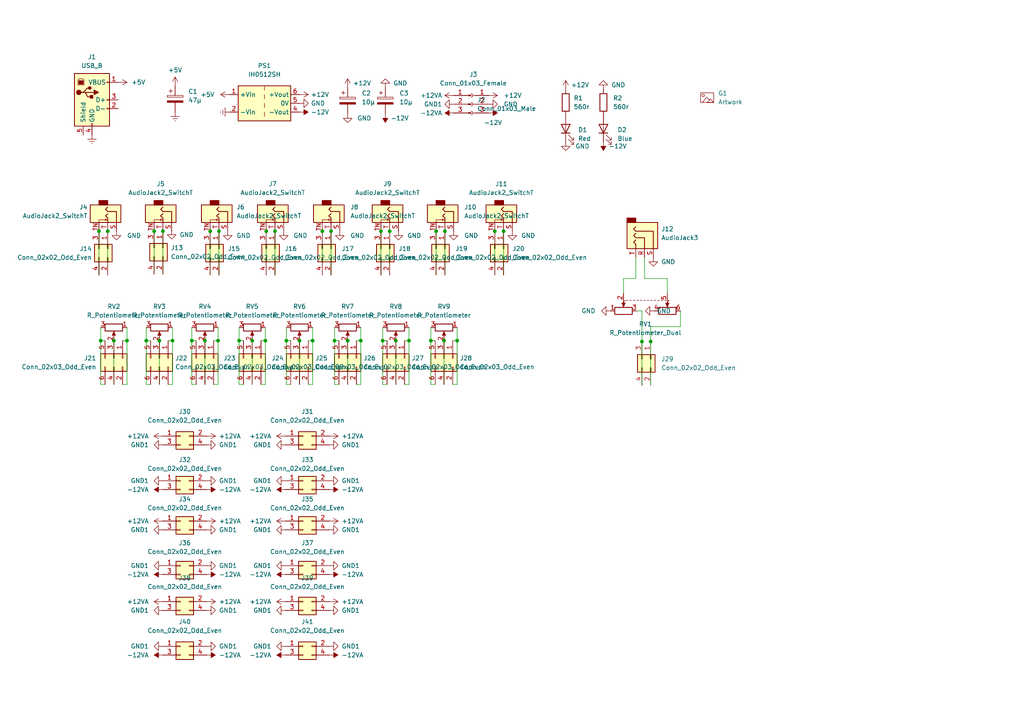
<source format=kicad_sch>
(kicad_sch (version 20211123) (generator eeschema)
  (paper "A4")
  (lib_symbols
    (symbol "Connector:AudioJack2_SwitchT"
      (property "Reference" "J" (at 0 8.89 0))
      (property "Value" "AudioJack2_SwitchT" (at 0 6.35 0))
      (symbol "AudioJack2_SwitchT_1_1"
        (pin passive line (at 5.08 2.54 180) (length 2.54) (name "~") (number "S"))
        (pin passive line (at 5.08 0 180) (length 2.54) (name "~") (number "T"))
        (pin passive line (at 5.08 -2.54 180) (length 2.54) (name "~") (number "TN"))
      )
    )
    (symbol "Connector:AudioJack3"
      (property "Reference" "J" (at 0 8.89 0))
      (property "Value" "AudioJack3" (at 0 6.35 0))
      (symbol "AudioJack3_1_1"
        (pin passive line (at 5.08 0 180) (length 2.54) (name "~") (number "R"))
        (pin passive line (at 5.08 2.54 180) (length 2.54) (name "~") (number "S"))
        (pin passive line (at 5.08 -2.54 180) (length 2.54) (name "~") (number "T"))
      )
    )
    (symbol "Connector:Conn_01x03_Female" (pin_names (offset 1.016) hide)
      (property "Reference" "J" (at 0 5.08 0))
      (property "Value" "Conn_01x03_Female" (at 0 -5.08 0))
      (symbol "Conn_01x03_Female_1_1"
        (pin passive line (at -5.08 2.54 0) (length 3.81) (name "Pin_1") (number "1"))
        (pin passive line (at -5.08 0 0) (length 3.81) (name "Pin_2") (number "2"))
        (pin passive line (at -5.08 -2.54 0) (length 3.81) (name "Pin_3") (number "3"))
      )
    )
    (symbol "Connector:Conn_01x03_Male" (pin_names (offset 1.016) hide)
      (property "Reference" "J" (at 0 5.08 0))
      (property "Value" "Conn_01x03_Male" (at 0 -5.08 0))
      (symbol "Conn_01x03_Male_1_1"
        (pin passive line (at 5.08 2.54 180) (length 3.81) (name "Pin_1") (number "1"))
        (pin passive line (at 5.08 0 180) (length 3.81) (name "Pin_2") (number "2"))
        (pin passive line (at 5.08 -2.54 180) (length 3.81) (name "Pin_3") (number "3"))
      )
    )
    (symbol "Connector:USB_B" (pin_names (offset 1.016))
      (property "Reference" "J" (at -5.08 11.43 0))
      (property "Value" "USB_B" (at -5.08 8.89 0))
      (symbol "USB_B_1_1"
        (pin power_out line (at 7.62 5.08 180) (length 2.54) (name "VBUS") (number "1"))
        (pin bidirectional line (at 7.62 -2.54 180) (length 2.54) (name "D-") (number "2"))
        (pin bidirectional line (at 7.62 0 180) (length 2.54) (name "D+") (number "3"))
        (pin power_out line (at 0 -10.16 90) (length 2.54) (name "GND") (number "4"))
        (pin passive line (at -2.54 -10.16 90) (length 2.54) (name "Shield") (number "5"))
      )
    )
    (symbol "Connector_Generic:Conn_02x02_Odd_Even" (pin_names (offset 1.016) hide)
      (property "Reference" "J" (at 1.27 2.54 0))
      (property "Value" "Conn_02x02_Odd_Even" (at 1.27 -5.08 0))
      (symbol "Conn_02x02_Odd_Even_1_1"
        (pin passive line (at -5.08 0 0) (length 3.81) (name "Pin_1") (number "1"))
        (pin passive line (at 7.62 0 180) (length 3.81) (name "Pin_2") (number "2"))
        (pin passive line (at -5.08 -2.54 0) (length 3.81) (name "Pin_3") (number "3"))
        (pin passive line (at 7.62 -2.54 180) (length 3.81) (name "Pin_4") (number "4"))
      )
    )
    (symbol "Connector_Generic:Conn_02x03_Odd_Even" (pin_names (offset 1.016) hide)
      (property "Reference" "J" (at 1.27 5.08 0))
      (property "Value" "Conn_02x03_Odd_Even" (at 1.27 -5.08 0))
      (symbol "Conn_02x03_Odd_Even_1_1"
        (pin passive line (at -5.08 2.54 0) (length 3.81) (name "Pin_1") (number "1"))
        (pin passive line (at 7.62 2.54 180) (length 3.81) (name "Pin_2") (number "2"))
        (pin passive line (at -5.08 0 0) (length 3.81) (name "Pin_3") (number "3"))
        (pin passive line (at 7.62 0 180) (length 3.81) (name "Pin_4") (number "4"))
        (pin passive line (at -5.08 -2.54 0) (length 3.81) (name "Pin_5") (number "5"))
        (pin passive line (at 7.62 -2.54 180) (length 3.81) (name "Pin_6") (number "6"))
      )
    )
    (symbol "Converter_DCDC:IH0512SH"
      (property "Reference" "PS" (at -7.62 6.35 0))
      (property "Value" "IH0512SH" (at 1.27 6.35 0))
      (symbol "IH0512SH_0_0"
        (pin power_in line (at -10.16 2.54 0) (length 2.54) (name "+Vin") (number "1"))
        (pin power_in line (at -10.16 -2.54 0) (length 2.54) (name "-Vin") (number "2"))
        (pin power_out line (at 10.16 -2.54 180) (length 2.54) (name "-Vout") (number "4"))
        (pin power_out line (at 10.16 0 180) (length 2.54) (name "0V") (number "5"))
        (pin power_out line (at 10.16 2.54 180) (length 2.54) (name "+Vout") (number "6"))
      )
    )
    (symbol "Device:C_Polarized" (pin_numbers hide) (pin_names (offset 0.254))
      (property "Reference" "C" (at 0.635 2.54 0))
      (property "Value" "C_Polarized" (at 0.635 -2.54 0))
      (symbol "C_Polarized_1_1"
        (pin passive line (at 0 3.81 270) (length 2.794) (name "~") (number "1"))
        (pin passive line (at 0 -3.81 90) (length 2.794) (name "~") (number "2"))
      )
    )
    (symbol "Device:LED" (pin_numbers hide) (pin_names (offset 1.016) hide)
      (property "Reference" "D" (at 0 2.54 0))
      (property "Value" "LED" (at 0 -2.54 0))
      (symbol "LED_1_1"
        (pin passive line (at -3.81 0 0) (length 2.54) (name "K") (number "1"))
        (pin passive line (at 3.81 0 180) (length 2.54) (name "A") (number "2"))
      )
    )
    (symbol "Device:R" (pin_numbers hide) (pin_names (offset 0))
      (property "Reference" "R" (at 2.032 0 90))
      (property "Value" "R" (at 0 0 90))
      (symbol "R_1_1"
        (pin passive line (at 0 3.81 270) (length 1.27) (name "~") (number "1"))
        (pin passive line (at 0 -3.81 90) (length 1.27) (name "~") (number "2"))
      )
    )
    (symbol "Device:R_Potentiometer" (pin_names (offset 1.016) hide)
      (property "Reference" "RV" (at -4.445 0 90))
      (property "Value" "R_Potentiometer" (at -2.54 0 90))
      (symbol "R_Potentiometer_1_1"
        (pin passive line (at 0 3.81 270) (length 1.27) (name "1") (number "1"))
        (pin passive line (at 3.81 0 180) (length 1.27) (name "2") (number "2"))
        (pin passive line (at 0 -3.81 90) (length 1.27) (name "3") (number "3"))
      )
    )
    (symbol "Device:R_Potentiometer_Dual" (pin_names (offset 1.016) hide)
      (property "Reference" "RV" (at 0 3.81 0))
      (property "Value" "R_Potentiometer_Dual" (at 0 1.905 0))
      (symbol "R_Potentiometer_Dual_1_1"
        (pin passive line (at -10.16 -2.54 0) (length 1.27) (name "1") (number "1"))
        (pin passive line (at -6.35 2.54 270) (length 2.54) (name "2") (number "2"))
        (pin passive line (at -2.54 -2.54 180) (length 1.27) (name "3") (number "3"))
        (pin passive line (at 2.54 -2.54 0) (length 1.27) (name "4") (number "4"))
        (pin passive line (at 6.35 2.54 270) (length 2.54) (name "5") (number "5"))
        (pin passive line (at 10.16 -2.54 180) (length 1.27) (name "6") (number "6"))
      )
    )
    (symbol "Pale Slim Ghost:Artwork" (in_bom no)
      (property "Reference" "G" (at 0 0 0))
      (property "Value" "Artwork" (at 0 0 0))
    )
    (symbol "power:+12V" (power) (pin_names (offset 0))
      (property "Value" "+12V" (at 0 3.556 0))
      (symbol "+12V_1_1"
        (pin power_in line (at 0 0 90) (length 0) hide (name "+12V") (number "1"))
      )
    )
    (symbol "power:+12VA" (power) (pin_names (offset 0))
      (property "Value" "+12VA" (at 0 3.556 0))
      (symbol "+12VA_1_1"
        (pin power_in line (at 0 0 90) (length 0) hide (name "+12VA") (number "1"))
      )
    )
    (symbol "power:+5V" (power) (pin_names (offset 0))
      (property "Value" "+5V" (at 0 3.556 0))
      (symbol "+5V_1_1"
        (pin power_in line (at 0 0 90) (length 0) hide (name "+5V") (number "1"))
      )
    )
    (symbol "power:-12V" (power) (pin_names (offset 0))
      (property "Value" "-12V" (at 0 3.81 0))
      (symbol "-12V_0_0"
        (pin power_in line (at 0 0 90) (length 0) hide (name "-12V") (number "1"))
      )
    )
    (symbol "power:-12VA" (power) (pin_names (offset 0))
      (property "Value" "-12VA" (at 0 3.556 0))
      (symbol "-12VA_0_0"
        (pin power_in line (at 0 0 90) (length 0) hide (name "-12VA") (number "1"))
      )
    )
    (symbol "power:Earth" (power) (pin_names (offset 0))
      (symbol "Earth_1_1"
        (pin power_in line (at 0 0 270) (length 0) hide (name "Earth") (number "1"))
      )
    )
    (symbol "power:GND" (power) (pin_names (offset 0))
      (property "Value" "GND" (at 0 -3.81 0))
      (symbol "GND_1_1"
        (pin power_in line (at 0 0 270) (length 0) hide (name "GND") (number "1"))
      )
    )
    (symbol "power:GND1" (power) (pin_names (offset 0))
      (property "Value" "GND1" (at 0 -3.81 0))
      (symbol "GND1_1_1"
        (pin power_in line (at 0 0 270) (length 0) hide (name "GND1") (number "1"))
      )
    )
  )
  (junction (at 143.51 67.056))
  (junction (at 47.244 67.056))
  (junction (at 96.012 67.056))
  (junction (at 76.962 98.806))
  (junction (at 73.152 98.806))
  (junction (at 55.626 98.806))
  (junction (at 97.028 98.806))
  (junction (at 93.472 67.056))
  (junction (at 59.436 98.806))
  (junction (at 113.03 67.056))
  (junction (at 129.032 67.056))
  (junction (at 124.968 98.806))
  (junction (at 188.722 99.06))
  (junction (at 128.778 98.806))
  (junction (at 46.228 98.806))
  (junction (at 90.678 98.806))
  (junction (at 110.49 67.056))
  (junction (at 36.83 98.806))
  (junction (at 60.96 67.056))
  (junction (at 69.342 98.806))
  (junction (at 44.704 67.056))
  (junction (at 110.998 98.806))
  (junction (at 77.216 67.056))
  (junction (at 29.21 98.806))
  (junction (at 186.182 99.06))
  (junction (at 42.418 98.806))
  (junction (at 50.038 98.806))
  (junction (at 63.5 67.056))
  (junction (at 31.242 67.056))
  (junction (at 79.756 67.056))
  (junction (at 146.05 67.056))
  (junction (at 126.492 67.056))
  (junction (at 28.702 67.056))
  (junction (at 83.058 98.806))
  (junction (at 100.838 98.806))
  (junction (at 86.868 98.806))
  (junction (at 114.808 98.806))
  (junction (at 33.02 98.806))
  (junction (at 118.618 98.806))
  (junction (at 63.246 98.806))
  (junction (at 132.588 98.806))
  (junction (at 104.648 98.806))
  (wire (pts (xy 31.242 67.056) (xy 31.242 79.756)))
  (wire (pts (xy 131.318 111.506) (xy 132.588 111.506)))
  (wire (pts (xy 50.038 98.806) (xy 50.038 111.506)))
  (wire (pts (xy 56.896 111.506) (xy 55.626 111.506)))
  (wire (pts (xy 131.318 98.806) (xy 132.588 98.806)))
  (wire (pts (xy 60.96 67.056) (xy 60.96 79.756)))
  (wire (pts (xy 55.626 111.506) (xy 55.626 98.806)))
  (wire (pts (xy 50.038 94.996) (xy 50.038 98.806)))
  (wire (pts (xy 90.678 94.996) (xy 90.678 98.806)))
  (wire (pts (xy 46.228 98.806) (xy 46.228 111.506)))
  (wire (pts (xy 100.838 98.806) (xy 100.838 111.506)))
  (wire (pts (xy 44.704 66.802) (xy 44.704 67.056)))
  (wire (pts (xy 55.626 98.806) (xy 55.626 94.996)))
  (wire (pts (xy 186.944 80.772) (xy 186.944 74.676)))
  (wire (pts (xy 112.268 111.506) (xy 110.998 111.506)))
  (wire (pts (xy 98.298 98.806) (xy 97.028 98.806)))
  (wire (pts (xy 70.612 98.806) (xy 69.342 98.806)))
  (wire (pts (xy 97.028 98.806) (xy 97.028 94.996)))
  (wire (pts (xy 49.784 66.802) (xy 49.784 67.056)))
  (wire (pts (xy 79.756 67.056) (xy 79.756 79.756)))
  (wire (pts (xy 56.896 98.806) (xy 55.626 98.806)))
  (wire (pts (xy 184.404 80.772) (xy 184.404 74.676)))
  (wire (pts (xy 76.962 98.806) (xy 76.962 111.506)))
  (wire (pts (xy 113.03 67.056) (xy 113.03 79.756)))
  (wire (pts (xy 84.328 98.806) (xy 83.058 98.806)))
  (wire (pts (xy 193.548 80.772) (xy 186.944 80.772)))
  (wire (pts (xy 188.722 99.06) (xy 188.722 111.76)))
  (wire (pts (xy 197.358 94.742) (xy 197.358 90.17)))
  (wire (pts (xy 188.722 99.06) (xy 188.722 94.742)))
  (wire (pts (xy 143.51 67.056) (xy 143.51 79.756)))
  (wire (pts (xy 96.012 67.056) (xy 96.012 79.756)))
  (wire (pts (xy 129.032 67.056) (xy 129.032 79.756)))
  (wire (pts (xy 43.688 111.506) (xy 42.418 111.506)))
  (wire (pts (xy 69.342 98.806) (xy 69.342 94.996)))
  (wire (pts (xy 59.436 98.806) (xy 59.436 111.506)))
  (wire (pts (xy 104.648 94.996) (xy 104.648 98.806)))
  (wire (pts (xy 63.246 94.996) (xy 63.246 98.806)))
  (wire (pts (xy 132.588 98.806) (xy 132.588 111.506)))
  (wire (pts (xy 186.182 99.06) (xy 186.182 111.76)))
  (wire (pts (xy 118.618 98.806) (xy 118.618 111.506)))
  (wire (pts (xy 188.722 94.742) (xy 197.358 94.742)))
  (wire (pts (xy 29.21 111.506) (xy 29.21 98.806)))
  (wire (pts (xy 112.268 98.806) (xy 110.998 98.806)))
  (wire (pts (xy 75.692 98.806) (xy 76.962 98.806)))
  (wire (pts (xy 61.976 98.806) (xy 63.246 98.806)))
  (wire (pts (xy 180.848 85.09) (xy 180.848 80.772)))
  (wire (pts (xy 103.378 111.506) (xy 104.648 111.506)))
  (wire (pts (xy 76.962 94.996) (xy 76.962 98.806)))
  (wire (pts (xy 48.768 111.506) (xy 50.038 111.506)))
  (wire (pts (xy 70.612 111.506) (xy 69.342 111.506)))
  (wire (pts (xy 43.688 98.806) (xy 42.418 98.806)))
  (wire (pts (xy 89.408 98.806) (xy 90.678 98.806)))
  (wire (pts (xy 47.244 66.802) (xy 47.244 67.056)))
  (wire (pts (xy 83.058 98.806) (xy 83.058 94.996)))
  (wire (pts (xy 146.05 67.056) (xy 146.05 79.756)))
  (wire (pts (xy 63.246 98.806) (xy 63.246 111.506)))
  (wire (pts (xy 97.028 111.506) (xy 97.028 98.806)))
  (wire (pts (xy 77.216 67.056) (xy 77.216 79.756)))
  (wire (pts (xy 193.548 85.09) (xy 193.548 80.772)))
  (wire (pts (xy 48.768 98.806) (xy 50.038 98.806)))
  (wire (pts (xy 33.02 98.806) (xy 33.02 111.506)))
  (wire (pts (xy 42.418 98.806) (xy 42.418 94.996)))
  (wire (pts (xy 75.692 111.506) (xy 76.962 111.506)))
  (wire (pts (xy 83.058 111.506) (xy 83.058 98.806)))
  (wire (pts (xy 44.704 67.056) (xy 44.704 79.502)))
  (wire (pts (xy 93.472 67.056) (xy 93.472 79.756)))
  (wire (pts (xy 30.48 98.806) (xy 29.21 98.806)))
  (wire (pts (xy 128.778 98.806) (xy 128.778 111.506)))
  (wire (pts (xy 110.998 98.806) (xy 110.998 94.996)))
  (wire (pts (xy 110.998 111.506) (xy 110.998 98.806)))
  (wire (pts (xy 36.83 94.996) (xy 36.83 98.806)))
  (wire (pts (xy 35.56 111.506) (xy 36.83 111.506)))
  (wire (pts (xy 186.182 99.06) (xy 186.182 90.17)))
  (wire (pts (xy 86.868 98.806) (xy 86.868 111.506)))
  (wire (pts (xy 63.5 67.056) (xy 63.5 79.756)))
  (wire (pts (xy 114.808 98.806) (xy 114.808 111.506)))
  (wire (pts (xy 98.298 111.506) (xy 97.028 111.506)))
  (wire (pts (xy 117.348 111.506) (xy 118.618 111.506)))
  (wire (pts (xy 126.238 111.506) (xy 124.968 111.506)))
  (wire (pts (xy 29.21 98.806) (xy 29.21 94.996)))
  (wire (pts (xy 124.968 98.806) (xy 124.968 94.996)))
  (wire (pts (xy 36.83 98.806) (xy 36.83 111.506)))
  (wire (pts (xy 84.328 111.506) (xy 83.058 111.506)))
  (wire (pts (xy 42.418 111.506) (xy 42.418 98.806)))
  (wire (pts (xy 110.49 67.056) (xy 110.49 79.756)))
  (wire (pts (xy 69.342 111.506) (xy 69.342 98.806)))
  (wire (pts (xy 126.238 98.806) (xy 124.968 98.806)))
  (wire (pts (xy 90.678 98.806) (xy 90.678 111.506)))
  (wire (pts (xy 28.702 67.056) (xy 28.702 79.756)))
  (wire (pts (xy 89.408 111.506) (xy 90.678 111.506)))
  (wire (pts (xy 118.618 94.996) (xy 118.618 98.806)))
  (wire (pts (xy 124.968 111.506) (xy 124.968 98.806)))
  (wire (pts (xy 61.976 111.506) (xy 63.246 111.506)))
  (wire (pts (xy 186.182 90.17) (xy 184.658 90.17)))
  (wire (pts (xy 47.244 67.056) (xy 47.244 79.502)))
  (wire (pts (xy 126.492 67.056) (xy 126.492 79.756)))
  (wire (pts (xy 30.48 111.506) (xy 29.21 111.506)))
  (wire (pts (xy 180.848 80.772) (xy 184.404 80.772)))
  (wire (pts (xy 73.152 98.806) (xy 73.152 111.506)))
  (wire (pts (xy 132.588 94.996) (xy 132.588 98.806)))
  (wire (pts (xy 104.648 98.806) (xy 104.648 111.506)))
  (wire (pts (xy 35.56 98.806) (xy 36.83 98.806)))
  (wire (pts (xy 103.378 98.806) (xy 104.648 98.806)))
  (wire (pts (xy 117.348 98.806) (xy 118.618 98.806)))
  (symbol (lib_id "Connector:AudioJack2_SwitchT") (at 129.032 61.976 270) (unit 1)
    (property "Reference" "J10" (at 134.62 60.0709 90) (effects (justify left)))
    (property "Value" "AudioJack2_SwitchT" (at 134.62 62.6109 90) (effects (justify left)))
    (property "Footprint" "Pale Slim Ghost:Jack_3.5mm_QingPu_WQP-PJ398SM_Vertical" (effects hide))
  )
  (symbol (lib_id "Connector_Generic:Conn_02x02_Odd_Even") (at 113.03 72.136 270) (unit 1)
    (property "Reference" "J18" (at 115.57 72.1359 90) (effects (justify left)))
    (property "Value" "Conn_02x02_Odd_Even" (at 115.57 74.6759 90) (effects (justify left)))
    (property "Footprint" "Connector_PinSocket_2.54mm:PinSocket_2x02_P2.54mm_Vertical_SMD" (effects hide))
  )
  (symbol (lib_id "power:GND") (at 82.296 67.056 0) (unit 1)
    (property "Reference" "#PWR019" (effects hide))
    (property "Value" "GND" (at 85.09 68.3259 0) (effects (justify left)))
  )
  (symbol (lib_id "power:+12VA") (at 47.244 174.498 90) (unit 1)
    (property "Reference" "#PWR059" (effects hide))
    (property "Value" "+12VA" (at 43.18 174.4979 90) (effects (justify left)))
  )
  (symbol (lib_id "power:GND1") (at 82.804 164.084 270) (unit 1)
    (property "Reference" "#PWR053" (effects hide))
    (property "Value" "GND1" (at 78.74 164.0839 90) (effects (justify right)))
  )
  (symbol (lib_id "Connector_Generic:Conn_02x02_Odd_Even") (at 87.884 164.084 0) (unit 1)
    (property "Reference" "J37" (at 89.154 157.48 0))
    (property "Value" "Conn_02x02_Odd_Even" (at 89.154 160.02 0))
    (property "Footprint" "Connector_PinSocket_2.54mm:PinSocket_2x02_P2.54mm_Vertical_SMD" (effects hide))
  )
  (symbol (lib_id "power:Earth") (at 66.548 32.512 270) (unit 1)
    (property "Reference" "#PWR011" (effects hide))
    (property "Value" "Earth" (effects hide))
  )
  (symbol (lib_id "power:-12VA") (at 82.804 166.624 90) (unit 1)
    (property "Reference" "#PWR057" (effects hide))
    (property "Value" "-12VA" (at 78.74 166.6239 90) (effects (justify left)))
  )
  (symbol (lib_id "Device:R_Potentiometer_Dual") (at 187.198 87.63 0) (unit 1)
    (property "Reference" "RV1" (at 187.198 93.98 0))
    (property "Value" "R_Potentiometer_Dual" (at 187.198 96.52 0))
    (property "Footprint" "Potentiometer_THT:Potentiometer_Alpha_RD902F-40-00D_Dual_Vertical" (effects hide))
  )
  (symbol (lib_id "power:+12VA") (at 95.504 151.13 270) (mirror x) (unit 1)
    (property "Reference" "#PWR046" (effects hide))
    (property "Value" "+12VA" (at 99.06 151.1299 90) (effects (justify left)))
  )
  (symbol (lib_id "power:GND1") (at 95.504 153.67 90) (unit 1)
    (property "Reference" "#PWR050" (effects hide))
    (property "Value" "GND1" (at 99.06 153.6699 90) (effects (justify right)))
  )
  (symbol (lib_id "Connector_Generic:Conn_02x02_Odd_Even") (at 96.012 72.136 270) (unit 1)
    (property "Reference" "J17" (at 99.06 72.1359 90) (effects (justify left)))
    (property "Value" "Conn_02x02_Odd_Even" (at 99.06 74.6759 90) (effects (justify left)))
    (property "Footprint" "Connector_PinSocket_2.54mm:PinSocket_2x02_P2.54mm_Vertical_SMD" (effects hide))
  )
  (symbol (lib_id "power:Earth") (at 26.67 39.116 0) (unit 1)
    (property "Reference" "#PWR015" (effects hide))
    (property "Value" "Earth" (effects hide))
  )
  (symbol (lib_id "power:GND") (at 177.038 90.17 270) (unit 1)
    (property "Reference" "#PWR025" (effects hide))
    (property "Value" "GND" (at 172.72 90.1699 90) (effects (justify right)))
  )
  (symbol (lib_id "Connector:AudioJack2_SwitchT") (at 31.242 61.976 270) (unit 1)
    (property "Reference" "J4" (at 25.4 60.0709 90) (effects (justify right)))
    (property "Value" "AudioJack2_SwitchT" (at 25.4 62.6109 90) (effects (justify right)))
    (property "Footprint" "Pale Slim Ghost:Jack_3.5mm_QingPu_WQP-PJ398SM_Vertical" (effects hide))
  )
  (symbol (lib_id "power:GND") (at 189.484 74.676 0) (unit 1)
    (property "Reference" "#PWR024" (effects hide))
    (property "Value" "GND" (at 191.77 75.9459 0) (effects (justify left)))
  )
  (symbol (lib_id "Connector_Generic:Conn_02x02_Odd_Even") (at 52.324 151.13 0) (unit 1)
    (property "Reference" "J34" (at 53.594 144.78 0))
    (property "Value" "Conn_02x02_Odd_Even" (at 53.594 147.32 0))
    (property "Footprint" "Connector_PinSocket_2.54mm:PinSocket_2x02_P2.54mm_Vertical_SMD" (effects hide))
  )
  (symbol (lib_id "power:-12VA") (at 95.504 166.624 270) (mirror x) (unit 1)
    (property "Reference" "#PWR058" (effects hide))
    (property "Value" "-12VA" (at 99.06 166.6239 90) (effects (justify left)))
  )
  (symbol (lib_id "power:GND") (at 66.04 67.056 0) (unit 1)
    (property "Reference" "#PWR018" (effects hide))
    (property "Value" "GND" (at 68.58 68.3259 0) (effects (justify left)))
  )
  (symbol (lib_id "Connector_Generic:Conn_02x02_Odd_Even") (at 52.324 139.446 0) (unit 1)
    (property "Reference" "J32" (at 53.594 133.35 0))
    (property "Value" "Conn_02x02_Odd_Even" (at 53.594 135.89 0))
    (property "Footprint" "Connector_PinSocket_2.54mm:PinSocket_2x02_P2.54mm_Vertical_SMD" (effects hide))
  )
  (symbol (lib_id "power:Earth") (at 50.8 32.512 0) (unit 1)
    (property "Reference" "#PWR010" (effects hide))
    (property "Value" "Earth" (effects hide))
  )
  (symbol (lib_id "Device:R_Potentiometer") (at 33.02 94.996 270) (unit 1)
    (property "Reference" "RV2" (at 33.02 88.9 90))
    (property "Value" "R_Potentiometer" (at 33.02 91.44 90))
    (property "Footprint" "Potentiometer_THT:Potentiometer_Alpha_RD901F-40-00D_Single_Vertical" (effects hide))
  )
  (symbol (lib_id "power:GND1") (at 59.944 187.452 90) (unit 1)
    (property "Reference" "#PWR068" (effects hide))
    (property "Value" "GND1" (at 63.5 187.4519 90) (effects (justify right)))
  )
  (symbol (lib_id "power:GND1") (at 82.804 139.446 270) (unit 1)
    (property "Reference" "#PWR037" (effects hide))
    (property "Value" "GND1" (at 78.74 139.4459 90) (effects (justify right)))
  )
  (symbol (lib_id "power:GND") (at 100.838 33.02 0) (unit 1)
    (property "Reference" "#PWR077" (effects hide))
    (property "Value" "GND" (at 103.632 34.2899 0) (effects (justify left)))
  )
  (symbol (lib_id "power:GND") (at 141.732 30.226 90) (unit 1)
    (property "Reference" "#PWR09" (effects hide))
    (property "Value" "GND" (at 146.05 30.2259 90) (effects (justify right)))
  )
  (symbol (lib_id "Connector_Generic:Conn_02x02_Odd_Even") (at 87.884 139.446 0) (unit 1)
    (property "Reference" "J33" (at 89.154 133.35 0))
    (property "Value" "Conn_02x02_Odd_Even" (at 89.154 135.89 0))
    (property "Footprint" "Connector_PinSocket_2.54mm:PinSocket_2x02_P2.54mm_Vertical_SMD" (effects hide))
  )
  (symbol (lib_id "power:GND1") (at 131.572 30.226 270) (unit 1)
    (property "Reference" "#PWR08" (effects hide))
    (property "Value" "GND1" (at 128.27 30.2259 90) (effects (justify right)))
  )
  (symbol (lib_id "Connector_Generic:Conn_02x02_Odd_Even") (at 79.756 72.136 270) (unit 1)
    (property "Reference" "J16" (at 82.55 72.1359 90) (effects (justify left)))
    (property "Value" "Conn_02x02_Odd_Even" (at 82.55 74.6759 90) (effects (justify left)))
    (property "Footprint" "Connector_PinSocket_2.54mm:PinSocket_2x02_P2.54mm_Vertical_SMD" (effects hide))
  )
  (symbol (lib_id "power:+12VA") (at 131.572 27.686 90) (unit 1)
    (property "Reference" "#PWR05" (effects hide))
    (property "Value" "+12VA" (at 128.27 27.6859 90) (effects (justify left)))
  )
  (symbol (lib_id "Connector_Generic:Conn_02x02_Odd_Even") (at 188.722 104.14 270) (unit 1)
    (property "Reference" "J29" (at 191.77 104.1399 90) (effects (justify left)))
    (property "Value" "Conn_02x02_Odd_Even" (at 191.77 106.6799 90) (effects (justify left)))
    (property "Footprint" "Connector_PinSocket_2.54mm:PinSocket_2x02_P2.54mm_Vertical_SMD" (effects hide))
  )
  (symbol (lib_id "Connector_Generic:Conn_02x02_Odd_Even") (at 87.884 151.13 0) (unit 1)
    (property "Reference" "J35" (at 89.154 144.78 0))
    (property "Value" "Conn_02x02_Odd_Even" (at 89.154 147.32 0))
    (property "Footprint" "Connector_PinSocket_2.54mm:PinSocket_2x02_P2.54mm_Vertical_SMD" (effects hide))
  )
  (symbol (lib_id "power:-12VA") (at 59.944 141.986 270) (mirror x) (unit 1)
    (property "Reference" "#PWR040" (effects hide))
    (property "Value" "-12VA" (at 63.5 141.9859 90) (effects (justify left)))
  )
  (symbol (lib_id "Pale Slim Ghost:Artwork") (at 205.232 31.242 0) (unit 1) (in_bom no)
    (property "Reference" "G1" (at 208.28 27.0509 0) (effects (justify left)))
    (property "Value" "Artwork" (at 208.28 29.5909 0) (effects (justify left)))
    (property "Footprint" "Pale Slim Ghost:logo 30mm" (effects hide))
  )
  (symbol (lib_id "power:GND") (at 49.784 66.802 0) (unit 1)
    (property "Reference" "#PWR016" (effects hide))
    (property "Value" "GND" (at 52.07 68.0719 0) (effects (justify left)))
  )
  (symbol (lib_id "Connector_Generic:Conn_02x02_Odd_Even") (at 146.05 72.136 270) (unit 1)
    (property "Reference" "J20" (at 148.59 72.1359 90) (effects (justify left)))
    (property "Value" "Conn_02x02_Odd_Even" (at 148.59 74.6759 90) (effects (justify left)))
    (property "Footprint" "Connector_PinSocket_2.54mm:PinSocket_2x03_P2.54mm_Vertical_SMD" (effects hide))
  )
  (symbol (lib_id "power:+12V") (at 86.868 27.432 270) (unit 1)
    (property "Reference" "#PWR04" (effects hide))
    (property "Value" "+12V" (at 90.17 27.4319 90) (effects (justify left)))
  )
  (symbol (lib_id "power:-12V") (at 175.006 41.148 180) (unit 1)
    (property "Reference" "#PWR082" (effects hide))
    (property "Value" "-12V" (at 176.53 42.4179 0) (effects (justify right)))
  )
  (symbol (lib_id "power:+12V") (at 141.732 27.686 270) (unit 1)
    (property "Reference" "#PWR06" (effects hide))
    (property "Value" "+12V" (at 146.05 27.6859 90) (effects (justify left)))
  )
  (symbol (lib_id "Device:R_Potentiometer") (at 128.778 94.996 270) (unit 1)
    (property "Reference" "RV9" (at 128.778 88.9 90))
    (property "Value" "R_Potentiometer" (at 128.778 91.44 90))
    (property "Footprint" "Potentiometer_THT:Potentiometer_Alpha_RD901F-40-00D_Single_Vertical" (effects hide))
  )
  (symbol (lib_id "Converter_DCDC:IH0512SH") (at 76.708 29.972 0) (unit 1)
    (property "Reference" "PS1" (at 76.708 19.05 0))
    (property "Value" "IH0512SH" (at 76.708 21.59 0))
    (property "Footprint" "Converter_DCDC:Converter_DCDC_XP_POWER-IHxxxxSH_THT" (effects hide))
    (property "Datasheet" "https://www.xppower.com/pdfs/SF_IH.pdf" (effects hide))
  )
  (symbol (lib_id "Connector_Generic:Conn_02x02_Odd_Even") (at 87.884 126.492 0) (unit 1)
    (property "Reference" "J31" (at 89.154 119.38 0))
    (property "Value" "Conn_02x02_Odd_Even" (at 89.154 121.92 0))
    (property "Footprint" "Connector_PinSocket_2.54mm:PinSocket_2x02_P2.54mm_Vertical_SMD" (effects hide))
  )
  (symbol (lib_id "Connector:AudioJack2_SwitchT") (at 47.244 61.976 270) (unit 1)
    (property "Reference" "J5" (at 46.609 53.34 90))
    (property "Value" "AudioJack2_SwitchT" (at 46.609 55.88 90))
    (property "Footprint" "Pale Slim Ghost:Jack_3.5mm_QingPu_WQP-PJ398SM_Vertical" (effects hide))
  )
  (symbol (lib_id "Device:R_Potentiometer") (at 73.152 94.996 270) (unit 1)
    (property "Reference" "RV5" (at 73.152 88.9 90))
    (property "Value" "R_Potentiometer" (at 73.152 91.44 90))
    (property "Footprint" "Potentiometer_THT:Potentiometer_Alpha_RD901F-40-00D_Single_Vertical" (effects hide))
  )
  (symbol (lib_id "power:GND") (at 33.782 67.056 0) (unit 1)
    (property "Reference" "#PWR017" (effects hide))
    (property "Value" "GND" (at 36.83 68.3259 0) (effects (justify left)))
  )
  (symbol (lib_id "power:+12VA") (at 47.244 151.13 90) (unit 1)
    (property "Reference" "#PWR043" (effects hide))
    (property "Value" "+12VA" (at 43.18 151.1299 90) (effects (justify left)))
  )
  (symbol (lib_id "power:-12VA") (at 131.572 32.766 90) (unit 1)
    (property "Reference" "#PWR013" (effects hide))
    (property "Value" "-12VA" (at 128.27 32.7659 90) (effects (justify left)))
  )
  (symbol (lib_id "Connector_Generic:Conn_02x02_Odd_Even") (at 47.244 71.882 270) (unit 1)
    (property "Reference" "J13" (at 49.53 71.8819 90) (effects (justify left)))
    (property "Value" "Conn_02x02_Odd_Even" (at 49.53 74.4219 90) (effects (justify left)))
    (property "Footprint" "Connector_PinSocket_2.54mm:PinSocket_2x02_P2.54mm_Vertical_SMD" (effects hide))
  )
  (symbol (lib_id "power:-12VA") (at 95.504 189.992 270) (mirror x) (unit 1)
    (property "Reference" "#PWR074" (effects hide))
    (property "Value" "-12VA" (at 99.06 189.9919 90) (effects (justify left)))
  )
  (symbol (lib_id "Device:LED") (at 175.006 37.338 90) (unit 1)
    (property "Reference" "D2" (at 179.07 37.6554 90) (effects (justify right)))
    (property "Value" "Blue" (at 179.07 40.1954 90) (effects (justify right)))
    (property "Footprint" "LED_SMD:LED_0805_2012Metric_Pad1.15x1.40mm_HandSolder" (effects hide))
  )
  (symbol (lib_id "Connector:AudioJack3") (at 186.944 69.596 270) (unit 1)
    (property "Reference" "J12" (at 191.77 66.4209 90) (effects (justify left)))
    (property "Value" "AudioJack3" (at 191.77 68.9609 90) (effects (justify left)))
    (property "Footprint" "Pale Slim Ghost:Jack_3.5mm_QingPu_WQP-PJ366ST_Vertical" (effects hide))
  )
  (symbol (lib_id "Connector_Generic:Conn_02x02_Odd_Even") (at 31.242 72.136 270) (unit 1)
    (property "Reference" "J14" (at 26.67 72.1359 90) (effects (justify right)))
    (property "Value" "Conn_02x02_Odd_Even" (at 26.67 74.6759 90) (effects (justify right)))
    (property "Footprint" "Connector_PinSocket_2.54mm:PinSocket_2x02_P2.54mm_Vertical_SMD" (effects hide))
  )
  (symbol (lib_id "power:GND1") (at 59.944 153.67 90) (unit 1)
    (property "Reference" "#PWR048" (effects hide))
    (property "Value" "GND1" (at 63.5 153.6699 90) (effects (justify right)))
  )
  (symbol (lib_id "power:GND1") (at 59.944 139.446 90) (unit 1)
    (property "Reference" "#PWR036" (effects hide))
    (property "Value" "GND1" (at 63.5 139.4459 90) (effects (justify right)))
  )
  (symbol (lib_id "Connector_Generic:Conn_02x03_Odd_Even") (at 86.868 103.886 270) (unit 1)
    (property "Reference" "J25" (at 91.44 103.8859 90) (effects (justify left)))
    (property "Value" "Conn_02x03_Odd_Even" (at 91.44 106.4259 90) (effects (justify left)))
    (property "Footprint" "Connector_PinSocket_2.54mm:PinSocket_2x03_P2.54mm_Vertical_SMD" (effects hide))
  )
  (symbol (lib_id "power:GND1") (at 95.504 139.446 90) (unit 1)
    (property "Reference" "#PWR038" (effects hide))
    (property "Value" "GND1" (at 99.06 139.4459 90) (effects (justify right)))
  )
  (symbol (lib_id "power:GND") (at 115.57 67.056 0) (unit 1)
    (property "Reference" "#PWR021" (effects hide))
    (property "Value" "GND" (at 118.11 68.3259 0) (effects (justify left)))
  )
  (symbol (lib_id "Connector:AudioJack2_SwitchT") (at 113.03 61.976 270) (unit 1)
    (property "Reference" "J9" (at 112.395 53.34 90))
    (property "Value" "AudioJack2_SwitchT" (at 112.395 55.88 90))
    (property "Footprint" "Pale Slim Ghost:Jack_3.5mm_QingPu_WQP-PJ398SM_Vertical" (effects hide))
  )
  (symbol (lib_id "power:GND") (at 175.006 25.908 180) (unit 1)
    (property "Reference" "#PWR080" (effects hide))
    (property "Value" "GND" (at 177.292 24.6379 0) (effects (justify right)))
  )
  (symbol (lib_id "power:+12V") (at 164.084 25.908 0) (unit 1)
    (property "Reference" "#PWR079" (effects hide))
    (property "Value" "+12V" (at 165.608 24.6379 0) (effects (justify left)))
  )
  (symbol (lib_id "power:-12VA") (at 59.944 189.992 270) (mirror x) (unit 1)
    (property "Reference" "#PWR072" (effects hide))
    (property "Value" "-12VA" (at 63.5 189.9919 90) (effects (justify left)))
  )
  (symbol (lib_id "power:+12VA") (at 59.944 126.492 270) (mirror x) (unit 1)
    (property "Reference" "#PWR028" (effects hide))
    (property "Value" "+12VA" (at 63.5 126.4919 90) (effects (justify left)))
  )
  (symbol (lib_id "Connector:AudioJack2_SwitchT") (at 63.5 61.976 270) (unit 1)
    (property "Reference" "J6" (at 68.58 60.0709 90) (effects (justify left)))
    (property "Value" "AudioJack2_SwitchT" (at 68.58 62.6109 90) (effects (justify left)))
    (property "Footprint" "Pale Slim Ghost:Jack_3.5mm_QingPu_WQP-PJ398SM_Vertical" (effects hide))
  )
  (symbol (lib_id "Connector_Generic:Conn_02x03_Odd_Even") (at 73.152 103.886 270) (unit 1)
    (property "Reference" "J24" (at 78.74 103.8859 90) (effects (justify left)))
    (property "Value" "Conn_02x03_Odd_Even" (at 78.74 106.4259 90) (effects (justify left)))
    (property "Footprint" "Connector_PinSocket_2.54mm:PinSocket_2x03_P2.54mm_Vertical_SMD" (effects hide))
  )
  (symbol (lib_id "power:-12VA") (at 47.244 166.624 90) (unit 1)
    (property "Reference" "#PWR055" (effects hide))
    (property "Value" "-12VA" (at 43.18 166.6239 90) (effects (justify left)))
  )
  (symbol (lib_id "power:GND1") (at 47.244 129.032 270) (unit 1)
    (property "Reference" "#PWR031" (effects hide))
    (property "Value" "GND1" (at 43.18 129.0319 90) (effects (justify right)))
  )
  (symbol (lib_id "power:GND1") (at 95.504 187.452 90) (unit 1)
    (property "Reference" "#PWR070" (effects hide))
    (property "Value" "GND1" (at 99.06 187.4519 90) (effects (justify right)))
  )
  (symbol (lib_id "power:GND") (at 131.572 67.056 0) (unit 1)
    (property "Reference" "#PWR022" (effects hide))
    (property "Value" "GND" (at 134.62 68.3259 0) (effects (justify left)))
  )
  (symbol (lib_id "power:GND1") (at 95.504 129.032 90) (unit 1)
    (property "Reference" "#PWR034" (effects hide))
    (property "Value" "GND1" (at 99.06 129.0319 90) (effects (justify right)))
  )
  (symbol (lib_id "Connector_Generic:Conn_02x02_Odd_Even") (at 87.884 174.498 0) (unit 1)
    (property "Reference" "J39" (at 89.154 167.64 0))
    (property "Value" "Conn_02x02_Odd_Even" (at 89.154 170.18 0))
    (property "Footprint" "Connector_PinSocket_2.54mm:PinSocket_2x02_P2.54mm_Vertical_SMD" (effects hide))
  )
  (symbol (lib_id "Connector:AudioJack2_SwitchT") (at 96.012 61.976 270) (unit 1)
    (property "Reference" "J8" (at 101.6 60.0709 90) (effects (justify left)))
    (property "Value" "AudioJack2_SwitchT" (at 101.6 62.6109 90) (effects (justify left)))
    (property "Footprint" "Pale Slim Ghost:Jack_3.5mm_QingPu_WQP-PJ398SM_Vertical" (effects hide))
  )
  (symbol (lib_id "power:GND1") (at 47.244 139.446 270) (unit 1)
    (property "Reference" "#PWR035" (effects hide))
    (property "Value" "GND1" (at 43.18 139.4459 90) (effects (justify right)))
  )
  (symbol (lib_id "Connector:Conn_01x03_Male") (at 136.652 30.226 0) (mirror y) (unit 1)
    (property "Reference" "J2" (at 138.43 28.9559 0) (effects (justify right)))
    (property "Value" "Conn_01x03_Male" (at 138.43 31.4959 0) (effects (justify right)))
    (property "Footprint" "Connector_PinHeader_2.54mm:PinHeader_1x03_P2.54mm_Vertical_SMD_Pin1Left" (effects hide))
  )
  (symbol (lib_id "Connector_Generic:Conn_02x03_Odd_Even") (at 128.778 103.886 270) (unit 1)
    (property "Reference" "J28" (at 133.35 103.8859 90) (effects (justify left)))
    (property "Value" "Conn_02x03_Odd_Even" (at 133.35 106.4259 90) (effects (justify left)))
    (property "Footprint" "Connector_PinSocket_2.54mm:PinSocket_2x03_P2.54mm_Vertical_SMD" (effects hide))
  )
  (symbol (lib_id "power:+12VA") (at 59.944 174.498 270) (mirror x) (unit 1)
    (property "Reference" "#PWR060" (effects hide))
    (property "Value" "+12VA" (at 63.5 174.4979 90) (effects (justify left)))
  )
  (symbol (lib_id "power:-12V") (at 86.868 32.512 270) (unit 1)
    (property "Reference" "#PWR012" (effects hide))
    (property "Value" "-12V" (at 90.17 32.5119 90) (effects (justify left)))
  )
  (symbol (lib_id "Device:R") (at 164.084 29.718 0) (unit 1)
    (property "Reference" "R1" (at 166.37 28.4479 0) (effects (justify left)))
    (property "Value" "560r" (at 166.37 30.9879 0) (effects (justify left)))
    (property "Footprint" "Resistor_SMD:R_0805_2012Metric_Pad1.20x1.40mm_HandSolder" (effects hide))
  )
  (symbol (lib_id "Connector_Generic:Conn_02x02_Odd_Even") (at 52.324 174.498 0) (unit 1)
    (property "Reference" "J38" (at 53.594 167.64 0))
    (property "Value" "Conn_02x02_Odd_Even" (at 53.594 170.18 0))
    (property "Footprint" "Connector_PinSocket_2.54mm:PinSocket_2x02_P2.54mm_Vertical_SMD" (effects hide))
  )
  (symbol (lib_id "power:+12VA") (at 82.804 151.13 90) (unit 1)
    (property "Reference" "#PWR045" (effects hide))
    (property "Value" "+12VA" (at 78.74 151.1299 90) (effects (justify left)))
  )
  (symbol (lib_id "power:-12VA") (at 82.804 189.992 90) (unit 1)
    (property "Reference" "#PWR073" (effects hide))
    (property "Value" "-12VA" (at 78.74 189.9919 90) (effects (justify left)))
  )
  (symbol (lib_id "power:+12VA") (at 95.504 174.498 270) (mirror x) (unit 1)
    (property "Reference" "#PWR062" (effects hide))
    (property "Value" "+12VA" (at 99.06 174.4979 90) (effects (justify left)))
  )
  (symbol (lib_id "power:GND1") (at 82.804 187.452 270) (unit 1)
    (property "Reference" "#PWR069" (effects hide))
    (property "Value" "GND1" (at 78.74 187.4519 90) (effects (justify right)))
  )
  (symbol (lib_id "power:-12VA") (at 47.244 189.992 90) (unit 1)
    (property "Reference" "#PWR071" (effects hide))
    (property "Value" "-12VA" (at 43.18 189.9919 90) (effects (justify left)))
  )
  (symbol (lib_id "power:GND1") (at 95.504 164.084 90) (unit 1)
    (property "Reference" "#PWR054" (effects hide))
    (property "Value" "GND1" (at 99.06 164.0839 90) (effects (justify right)))
  )
  (symbol (lib_id "power:GND1") (at 82.804 129.032 270) (unit 1)
    (property "Reference" "#PWR033" (effects hide))
    (property "Value" "GND1" (at 78.74 129.0319 90) (effects (justify right)))
  )
  (symbol (lib_id "power:GND") (at 98.552 67.056 0) (unit 1)
    (property "Reference" "#PWR020" (effects hide))
    (property "Value" "GND" (at 101.6 68.3259 0) (effects (justify left)))
  )
  (symbol (lib_id "power:GND1") (at 59.944 177.038 90) (unit 1)
    (property "Reference" "#PWR064" (effects hide))
    (property "Value" "GND1" (at 63.5 177.0379 90) (effects (justify right)))
  )
  (symbol (lib_id "Connector_Generic:Conn_02x02_Odd_Even") (at 87.884 187.452 0) (unit 1)
    (property "Reference" "J41" (at 89.154 180.34 0))
    (property "Value" "Conn_02x02_Odd_Even" (at 89.154 182.88 0))
    (property "Footprint" "Connector_PinSocket_2.54mm:PinSocket_2x02_P2.54mm_Vertical_SMD" (effects hide))
  )
  (symbol (lib_id "power:GND1") (at 47.244 164.084 270) (unit 1)
    (property "Reference" "#PWR051" (effects hide))
    (property "Value" "GND1" (at 43.18 164.0839 90) (effects (justify right)))
  )
  (symbol (lib_id "power:-12V") (at 141.732 32.766 270) (unit 1)
    (property "Reference" "#PWR014" (effects hide))
    (property "Value" "-12V" (at 143.002 35.56 90))
  )
  (symbol (lib_id "Connector_Generic:Conn_02x02_Odd_Even") (at 52.324 187.452 0) (unit 1)
    (property "Reference" "J40" (at 53.594 180.34 0))
    (property "Value" "Conn_02x02_Odd_Even" (at 53.594 182.88 0))
    (property "Footprint" "Connector_PinSocket_2.54mm:PinSocket_2x02_P2.54mm_Vertical_SMD" (effects hide))
  )
  (symbol (lib_id "power:GND1") (at 47.244 153.67 270) (unit 1)
    (property "Reference" "#PWR047" (effects hide))
    (property "Value" "GND1" (at 43.18 153.6699 90) (effects (justify right)))
  )
  (symbol (lib_id "power:GND1") (at 82.804 153.67 270) (unit 1)
    (property "Reference" "#PWR049" (effects hide))
    (property "Value" "GND1" (at 78.74 153.6699 90) (effects (justify right)))
  )
  (symbol (lib_id "power:GND") (at 148.59 67.056 0) (unit 1)
    (property "Reference" "#PWR023" (effects hide))
    (property "Value" "GND" (at 151.13 68.3259 0) (effects (justify left)))
  )
  (symbol (lib_id "power:GND") (at 189.738 90.17 270) (unit 1)
    (property "Reference" "#PWR026" (effects hide))
    (property "Value" "GND" (at 190.5 90.1699 90) (effects (justify left)))
  )
  (symbol (lib_id "power:+12VA") (at 82.804 126.492 90) (unit 1)
    (property "Reference" "#PWR029" (effects hide))
    (property "Value" "+12VA" (at 78.74 126.4919 90) (effects (justify left)))
  )
  (symbol (lib_id "Device:R_Potentiometer") (at 100.838 94.996 270) (unit 1)
    (property "Reference" "RV7" (at 100.838 88.9 90))
    (property "Value" "R_Potentiometer" (at 100.838 91.44 90))
    (property "Footprint" "Potentiometer_THT:Potentiometer_Alpha_RD901F-40-00D_Single_Vertical" (effects hide))
  )
  (symbol (lib_id "Device:C_Polarized") (at 50.8 28.702 0) (unit 1)
    (property "Reference" "C1" (at 54.61 26.5429 0) (effects (justify left)))
    (property "Value" "47μ" (at 54.61 29.0829 0) (effects (justify left)))
    (property "Footprint" "Capacitor_SMD:CP_Elec_5x4.4" (effects hide))
  )
  (symbol (lib_id "Device:R_Potentiometer") (at 114.808 94.996 270) (unit 1)
    (property "Reference" "RV8" (at 114.808 88.9 90))
    (property "Value" "R_Potentiometer" (at 114.808 91.44 90))
    (property "Footprint" "Potentiometer_THT:Potentiometer_Alpha_RD901F-40-00D_Single_Vertical" (effects hide))
  )
  (symbol (lib_id "power:GND") (at 111.76 25.4 180) (unit 1)
    (property "Reference" "#PWR076" (effects hide))
    (property "Value" "GND" (at 114.046 24.1299 0) (effects (justify right)))
  )
  (symbol (lib_id "power:GND1") (at 59.944 164.084 90) (unit 1)
    (property "Reference" "#PWR052" (effects hide))
    (property "Value" "GND1" (at 63.5 164.0839 90) (effects (justify right)))
  )
  (symbol (lib_id "Connector_Generic:Conn_02x03_Odd_Even") (at 114.808 103.886 270) (unit 1)
    (property "Reference" "J27" (at 119.38 103.8859 90) (effects (justify left)))
    (property "Value" "Conn_02x03_Odd_Even" (at 119.38 106.4259 90) (effects (justify left)))
    (property "Footprint" "Connector_PinSocket_2.54mm:PinSocket_2x03_P2.54mm_Vertical_SMD" (effects hide))
  )
  (symbol (lib_id "Device:C_Polarized") (at 100.838 29.21 0) (unit 1)
    (property "Reference" "C2" (at 104.902 27.0509 0) (effects (justify left)))
    (property "Value" "10μ" (at 104.902 29.5909 0) (effects (justify left)))
    (property "Footprint" "Capacitor_SMD:CP_Elec_5x4.4" (effects hide))
  )
  (symbol (lib_id "Connector_Generic:Conn_02x03_Odd_Even") (at 100.838 103.886 270) (unit 1)
    (property "Reference" "J26" (at 105.41 103.8859 90) (effects (justify left)))
    (property "Value" "Conn_02x03_Odd_Even" (at 105.41 106.4259 90) (effects (justify left)))
    (property "Footprint" "Connector_PinSocket_2.54mm:PinSocket_2x03_P2.54mm_Vertical_SMD" (effects hide))
  )
  (symbol (lib_id "Connector:Conn_01x03_Female") (at 136.652 30.226 0) (mirror y) (unit 1)
    (property "Reference" "J3" (at 137.287 21.59 0))
    (property "Value" "Conn_01x03_Female" (at 137.287 24.13 0))
    (property "Footprint" "Connector_PinSocket_2.54mm:PinSocket_1x03_P2.54mm_Vertical_SMD_Pin1Left" (effects hide))
  )
  (symbol (lib_id "power:GND1") (at 47.244 177.038 270) (unit 1)
    (property "Reference" "#PWR063" (effects hide))
    (property "Value" "GND1" (at 43.18 177.0379 90) (effects (justify right)))
  )
  (symbol (lib_id "Connector_Generic:Conn_02x02_Odd_Even") (at 52.324 164.084 0) (unit 1)
    (property "Reference" "J36" (at 53.594 157.48 0))
    (property "Value" "Conn_02x02_Odd_Even" (at 53.594 160.02 0))
    (property "Footprint" "Connector_PinSocket_2.54mm:PinSocket_2x02_P2.54mm_Vertical_SMD" (effects hide))
  )
  (symbol (lib_id "Device:R_Potentiometer") (at 46.228 94.996 270) (unit 1)
    (property "Reference" "RV3" (at 46.228 88.9 90))
    (property "Value" "R_Potentiometer" (at 46.228 91.44 90))
    (property "Footprint" "Potentiometer_THT:Potentiometer_Alpha_RD901F-40-00D_Single_Vertical" (effects hide))
  )
  (symbol (lib_id "Connector:AudioJack2_SwitchT") (at 146.05 61.976 270) (unit 1)
    (property "Reference" "J11" (at 145.415 53.34 90))
    (property "Value" "AudioJack2_SwitchT" (at 145.415 55.88 90))
    (property "Footprint" "Pale Slim Ghost:Jack_3.5mm_QingPu_WQP-PJ398SM_Vertical" (effects hide))
  )
  (symbol (lib_id "power:GND") (at 86.868 29.972 90) (unit 1)
    (property "Reference" "#PWR07" (effects hide))
    (property "Value" "GND" (at 90.17 29.9719 90) (effects (justify right)))
  )
  (symbol (lib_id "Connector_Generic:Conn_02x02_Odd_Even") (at 129.032 72.136 270) (unit 1)
    (property "Reference" "J19" (at 132.08 72.1359 90) (effects (justify left)))
    (property "Value" "Conn_02x02_Odd_Even" (at 132.08 74.6759 90) (effects (justify left)))
    (property "Footprint" "Connector_PinSocket_2.54mm:PinSocket_2x02_P2.54mm_Vertical_SMD" (effects hide))
  )
  (symbol (lib_id "power:GND1") (at 82.804 177.038 270) (unit 1)
    (property "Reference" "#PWR065" (effects hide))
    (property "Value" "GND1" (at 78.74 177.0379 90) (effects (justify right)))
  )
  (symbol (lib_id "Connector_Generic:Conn_02x02_Odd_Even") (at 52.324 126.492 0) (unit 1)
    (property "Reference" "J30" (at 53.594 119.38 0))
    (property "Value" "Conn_02x02_Odd_Even" (at 53.594 121.92 0))
    (property "Footprint" "Connector_PinSocket_2.54mm:PinSocket_2x02_P2.54mm_Vertical_SMD" (effects hide))
  )
  (symbol (lib_id "Connector_Generic:Conn_02x02_Odd_Even") (at 63.5 72.136 270) (unit 1)
    (property "Reference" "J15" (at 66.04 72.1359 90) (effects (justify left)))
    (property "Value" "Conn_02x02_Odd_Even" (at 66.04 74.6759 90) (effects (justify left)))
    (property "Footprint" "Connector_PinSocket_2.54mm:PinSocket_2x02_P2.54mm_Vertical_SMD" (effects hide))
  )
  (symbol (lib_id "power:+12V") (at 100.838 25.4 0) (unit 1)
    (property "Reference" "#PWR075" (effects hide))
    (property "Value" "+12V" (at 102.362 24.1299 0) (effects (justify left)))
  )
  (symbol (lib_id "Device:R") (at 175.006 29.718 0) (unit 1)
    (property "Reference" "R2" (at 177.8 28.4479 0) (effects (justify left)))
    (property "Value" "560r" (at 177.8 30.9879 0) (effects (justify left)))
    (property "Footprint" "Resistor_SMD:R_0805_2012Metric_Pad1.20x1.40mm_HandSolder" (effects hide))
  )
  (symbol (lib_id "Device:LED") (at 164.084 37.338 90) (unit 1)
    (property "Reference" "D1" (at 167.64 37.6554 90) (effects (justify right)))
    (property "Value" "Red" (at 167.64 40.1954 90) (effects (justify right)))
    (property "Footprint" "LED_SMD:LED_0805_2012Metric_Pad1.15x1.40mm_HandSolder" (effects hide))
  )
  (symbol (lib_id "power:GND1") (at 47.244 187.452 270) (unit 1)
    (property "Reference" "#PWR067" (effects hide))
    (property "Value" "GND1" (at 43.18 187.4519 90) (effects (justify right)))
  )
  (symbol (lib_id "power:-12V") (at 111.76 33.02 180) (unit 1)
    (property "Reference" "#PWR078" (effects hide))
    (property "Value" "-12V" (at 113.284 34.2899 0) (effects (justify right)))
  )
  (symbol (lib_id "Device:R_Potentiometer") (at 59.436 94.996 270) (unit 1)
    (property "Reference" "RV4" (at 59.436 88.9 90))
    (property "Value" "R_Potentiometer" (at 59.436 91.44 90))
    (property "Footprint" "Potentiometer_THT:Potentiometer_Alpha_RD901F-40-00D_Single_Vertical" (effects hide))
  )
  (symbol (lib_id "power:-12VA") (at 47.244 141.986 90) (unit 1)
    (property "Reference" "#PWR039" (effects hide))
    (property "Value" "-12VA" (at 43.18 141.9859 90) (effects (justify left)))
  )
  (symbol (lib_id "Connector:AudioJack2_SwitchT") (at 79.756 61.976 270) (unit 1)
    (property "Reference" "J7" (at 79.121 53.34 90))
    (property "Value" "AudioJack2_SwitchT" (at 79.121 55.88 90))
    (property "Footprint" "Pale Slim Ghost:Jack_3.5mm_QingPu_WQP-PJ398SM_Vertical" (effects hide))
  )
  (symbol (lib_id "power:GND1") (at 59.944 129.032 90) (unit 1)
    (property "Reference" "#PWR032" (effects hide))
    (property "Value" "GND1" (at 63.5 129.0319 90) (effects (justify right)))
  )
  (symbol (lib_id "power:+5V") (at 50.8 24.892 0) (unit 1)
    (property "Reference" "#PWR02" (effects hide))
    (property "Value" "+5V" (at 50.8 20.32 0))
  )
  (symbol (lib_id "power:-12VA") (at 59.944 166.624 270) (mirror x) (unit 1)
    (property "Reference" "#PWR056" (effects hide))
    (property "Value" "-12VA" (at 63.5 166.6239 90) (effects (justify left)))
  )
  (symbol (lib_id "power:+5V") (at 66.548 27.432 90) (unit 1)
    (property "Reference" "#PWR03" (effects hide))
    (property "Value" "+5V" (at 62.23 27.4319 90) (effects (justify left)))
  )
  (symbol (lib_id "Connector:USB_B") (at 26.67 28.956 0) (unit 1)
    (property "Reference" "J1" (at 26.67 16.51 0))
    (property "Value" "USB_B" (at 26.67 19.05 0))
    (property "Footprint" "Connector_USB:USB_B_Lumberg_2411_02_Horizontal" (effects hide))
    (property "Datasheet" " ~" (effects hide))
  )
  (symbol (lib_id "power:+12VA") (at 59.944 151.13 270) (mirror x) (unit 1)
    (property "Reference" "#PWR044" (effects hide))
    (property "Value" "+12VA" (at 63.5 151.1299 90) (effects (justify left)))
  )
  (symbol (lib_id "power:-12VA") (at 82.804 141.986 90) (unit 1)
    (property "Reference" "#PWR041" (effects hide))
    (property "Value" "-12VA" (at 78.74 141.9859 90) (effects (justify left)))
  )
  (symbol (lib_id "power:-12VA") (at 95.504 141.986 270) (mirror x) (unit 1)
    (property "Reference" "#PWR042" (effects hide))
    (property "Value" "-12VA" (at 99.06 141.9859 90) (effects (justify left)))
  )
  (symbol (lib_id "power:+12VA") (at 47.244 126.492 90) (unit 1)
    (property "Reference" "#PWR027" (effects hide))
    (property "Value" "+12VA" (at 43.18 126.4919 90) (effects (justify left)))
  )
  (symbol (lib_id "power:GND") (at 164.084 41.148 0) (unit 1)
    (property "Reference" "#PWR081" (effects hide))
    (property "Value" "GND" (at 166.878 42.4179 0) (effects (justify left)))
  )
  (symbol (lib_id "power:+12VA") (at 82.804 174.498 90) (unit 1)
    (property "Reference" "#PWR061" (effects hide))
    (property "Value" "+12VA" (at 78.74 174.4979 90) (effects (justify left)))
  )
  (symbol (lib_id "Connector_Generic:Conn_02x03_Odd_Even") (at 46.228 103.886 270) (unit 1)
    (property "Reference" "J22" (at 50.8 103.8859 90) (effects (justify left)))
    (property "Value" "Conn_02x03_Odd_Even" (at 50.8 106.4259 90) (effects (justify left)))
    (property "Footprint" "Connector_PinSocket_2.54mm:PinSocket_2x03_P2.54mm_Vertical_SMD" (effects hide))
  )
  (symbol (lib_id "power:GND1") (at 95.504 177.038 90) (unit 1)
    (property "Reference" "#PWR066" (effects hide))
    (property "Value" "GND1" (at 99.06 177.0379 90) (effects (justify right)))
  )
  (symbol (lib_id "Connector_Generic:Conn_02x03_Odd_Even") (at 33.02 103.886 270) (unit 1)
    (property "Reference" "J21" (at 27.94 103.8859 90) (effects (justify right)))
    (property "Value" "Conn_02x03_Odd_Even" (at 27.94 106.4259 90) (effects (justify right)))
    (property "Footprint" "Connector_PinSocket_2.54mm:PinSocket_2x03_P2.54mm_Vertical_SMD" (effects hide))
  )
  (symbol (lib_id "Connector_Generic:Conn_02x03_Odd_Even") (at 59.436 103.886 270) (unit 1)
    (property "Reference" "J23" (at 64.77 103.8859 90) (effects (justify left)))
    (property "Value" "Conn_02x03_Odd_Even" (at 64.77 106.4259 90) (effects (justify left)))
    (property "Footprint" "Connector_PinSocket_2.54mm:PinSocket_2x03_P2.54mm_Vertical_SMD" (effects hide))
  )
  (symbol (lib_id "Device:C_Polarized") (at 111.76 29.21 0) (unit 1)
    (property "Reference" "C3" (at 115.824 27.0509 0) (effects (justify left)))
    (property "Value" "10μ" (at 115.824 29.5909 0) (effects (justify left)))
    (property "Footprint" "Capacitor_SMD:CP_Elec_5x4.4" (effects hide))
  )
  (symbol (lib_id "Device:R_Potentiometer") (at 86.868 94.996 270) (unit 1)
    (property "Reference" "RV6" (at 86.868 88.9 90))
    (property "Value" "R_Potentiometer" (at 86.868 91.44 90))
    (property "Footprint" "Potentiometer_THT:Potentiometer_Alpha_RD901F-40-00D_Single_Vertical" (effects hide))
  )
  (symbol (lib_id "power:+5V") (at 34.29 23.876 270) (unit 1)
    (property "Reference" "#PWR01" (effects hide))
    (property "Value" "+5V" (at 38.1 23.8759 90) (effects (justify left)))
  )
  (symbol (lib_id "power:+12VA") (at 95.504 126.492 270) (mirror x) (unit 1)
    (property "Reference" "#PWR030" (effects hide))
    (property "Value" "+12VA" (at 99.06 126.4919 90) (effects (justify left)))
  )
)
</source>
